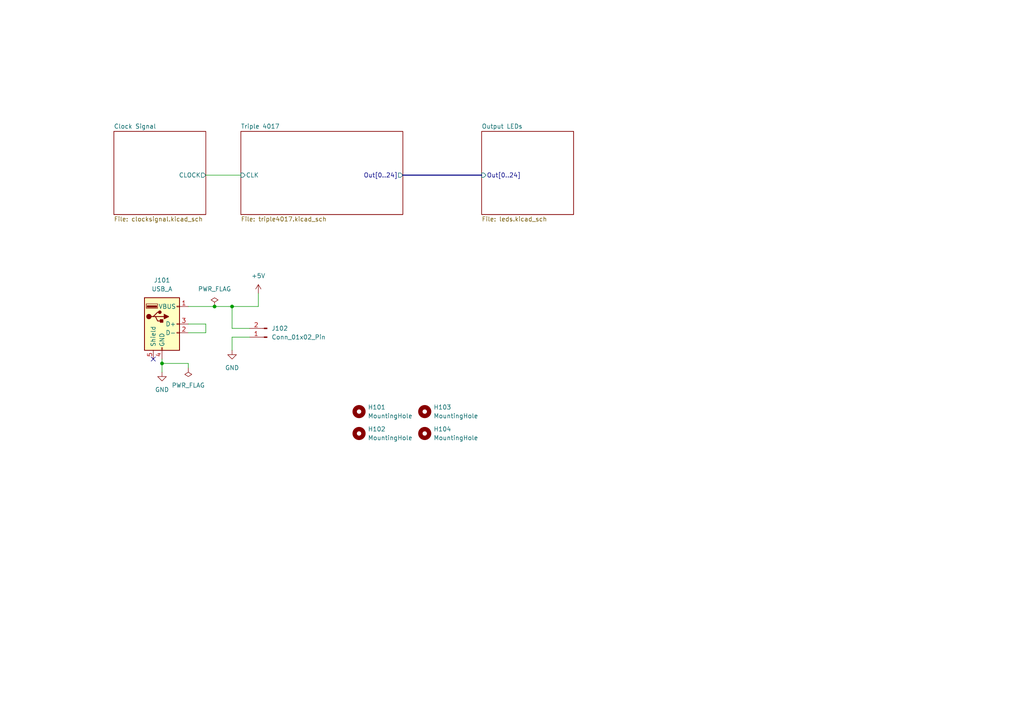
<source format=kicad_sch>
(kicad_sch (version 20230121) (generator eeschema)
  (paper "A4")
  (lib_symbols
    (symbol "Connector:Conn_01x02_Pin" (pin_names (offset 1.016) hide)
      (property "Reference" "J" (at 0 2.54 0))
      (property "Value" "Conn_01x02_Pin" (at 0 -5.08 0))
      (symbol "Conn_01x02_Pin_1_1"
        (polyline (pts (xy 1.27 -2.54) (xy 0.8636 -2.54)) (stroke (width 0.1524)))
        (polyline (pts (xy 1.27 0) (xy 0.8636 0)) (stroke (width 0.1524)))
        (rectangle (start 0.8636 -2.413) (end 0 -2.667) (stroke (width 0.1524)) (fill (type outline)))
        (rectangle (start 0.8636 0.127) (end 0 -0.127) (stroke (width 0.1524)) (fill (type outline)))
        (pin passive line (at 5.08 0 180) (length 3.81) (name "Pin_1") (number "1"))
        (pin passive line (at 5.08 -2.54 180) (length 3.81) (name "Pin_2") (number "2"))
      )
    )
    (symbol "Connector:USB_A" (pin_names (offset 1.016))
      (property "Reference" "J" (at -5.08 11.43 0))
      (property "Value" "USB_A" (at -5.08 8.89 0))
      (symbol "USB_A_0_1"
        (rectangle (start -5.08 -7.62) (end 5.08 7.62) (stroke (width 0.254)) (fill (type background)))
        (circle (center -3.81 2.159) (radius 0.635) (stroke (width 0.254)) (fill (type outline)))
        (rectangle (start -1.524 4.826) (end -4.318 5.334) (fill (type outline)))
        (rectangle (start -1.27 4.572) (end -4.572 5.842))
        (circle (center -0.635 3.429) (radius 0.381) (stroke (width 0.254)) (fill (type outline)))
        (rectangle (start -0.127 -7.62) (end 0.127 -6.858))
        (polyline (pts (xy -3.175 2.159) (xy -2.54 2.159) (xy -1.27 3.429) (xy -0.635 3.429)) (stroke (width 0.254)))
        (polyline (pts (xy -2.54 2.159) (xy -1.905 2.159) (xy -1.27 0.889) (xy 0 0.889)) (stroke (width 0.254)))
        (polyline (pts (xy 0.635 2.794) (xy 0.635 1.524) (xy 1.905 2.159) (xy 0.635 2.794)) (stroke (width 0.254)) (fill (type outline)))
        (rectangle (start 0.254 1.27) (end -0.508 0.508) (stroke (width 0.254)) (fill (type outline)))
        (rectangle (start 5.08 -2.667) (end 4.318 -2.413))
        (rectangle (start 5.08 -0.127) (end 4.318 0.127))
        (rectangle (start 5.08 4.953) (end 4.318 5.207))
      )
      (symbol "USB_A_1_1"
        (polyline (pts (xy -1.905 2.159) (xy 0.635 2.159)) (stroke (width 0.254)))
        (pin power_in line (at 7.62 5.08 180) (length 2.54) (name "VBUS") (number "1"))
        (pin bidirectional line (at 7.62 -2.54 180) (length 2.54) (name "D-") (number "2"))
        (pin bidirectional line (at 7.62 0 180) (length 2.54) (name "D+") (number "3"))
        (pin power_in line (at 0 -10.16 90) (length 2.54) (name "GND") (number "4"))
        (pin passive line (at -2.54 -10.16 90) (length 2.54) (name "Shield") (number "5"))
      )
    )
    (symbol "GND_1" (power) (pin_names (offset 0))
      (property "Value" "GND_1" (at 0 -3.81 0))
      (symbol "GND_1_0_1"
        (polyline (pts (xy 0 0) (xy 0 -1.27) (xy 1.27 -1.27) (xy 0 -2.54) (xy -1.27 -1.27) (xy 0 -1.27)))
      )
      (symbol "GND_1_1_1"
        (pin power_in line (at 0 0 270) (length 0) hide (name "GND") (number "1"))
      )
    )
    (symbol "Mechanical:MountingHole" (pin_names (offset 1.016))
      (property "Reference" "H" (at 0 5.08 0))
      (property "Value" "MountingHole" (at 0 3.175 0))
      (symbol "MountingHole_0_1"
        (circle (center 0 0) (radius 1.27) (stroke (width 1.27)))
      )
    )
    (symbol "power:+5V" (power) (pin_names (offset 0))
      (property "Value" "+5V" (at 0 3.556 0))
      (symbol "+5V_0_1"
        (polyline (pts (xy -0.762 1.27) (xy 0 2.54)))
        (polyline (pts (xy 0 0) (xy 0 2.54)))
        (polyline (pts (xy 0 2.54) (xy 0.762 1.27)))
      )
      (symbol "+5V_1_1"
        (pin power_in line (at 0 0 90) (length 0) hide (name "+5V") (number "1"))
      )
    )
    (symbol "power:GND" (power) (pin_names (offset 0))
      (property "Value" "GND" (at 0 -3.81 0))
      (symbol "GND_0_1"
        (polyline (pts (xy 0 0) (xy 0 -1.27) (xy 1.27 -1.27) (xy 0 -2.54) (xy -1.27 -1.27) (xy 0 -1.27)))
      )
      (symbol "GND_1_1"
        (pin power_in line (at 0 0 270) (length 0) hide (name "GND") (number "1"))
      )
    )
    (symbol "power:PWR_FLAG" (power) (pin_numbers hide) (pin_names (offset 0) hide)
      (property "Value" "PWR_FLAG" (at 0 3.81 0))
      (symbol "PWR_FLAG_0_0"
        (pin power_out line (at 0 0 90) (length 0) (name "pwr") (number "1"))
      )
      (symbol "PWR_FLAG_0_1"
        (polyline (pts (xy 0 0) (xy 0 1.27) (xy -1.016 1.905) (xy 0 2.54) (xy 1.016 1.905) (xy 0 1.27)))
      )
    )
  )
  (junction (at 62.23 88.9))
  (junction (at 46.99 105.41))
  (junction (at 67.31 88.9))
  (no_connect (at 44.45 104.14))
  (wire (pts (xy 67.31 101.6) (xy 67.31 97.79)))
  (wire (pts (xy 67.31 97.79) (xy 72.39 97.79)))
  (wire (pts (xy 74.93 88.9) (xy 74.93 85.09)))
  (wire (pts (xy 54.61 96.52) (xy 59.69 96.52)))
  (wire (pts (xy 67.31 88.9) (xy 74.93 88.9)))
  (bus (pts (xy 116.84 50.8) (xy 139.7 50.8)))
  (wire (pts (xy 54.61 105.41) (xy 54.61 106.68)))
  (wire (pts (xy 67.31 88.9) (xy 67.31 95.25)))
  (wire (pts (xy 59.69 50.8) (xy 69.85 50.8)))
  (wire (pts (xy 46.99 105.41) (xy 54.61 105.41)))
  (wire (pts (xy 46.99 105.41) (xy 46.99 107.95)))
  (wire (pts (xy 59.69 93.98) (xy 59.69 96.52)))
  (wire (pts (xy 54.61 88.9) (xy 62.23 88.9)))
  (wire (pts (xy 67.31 95.25) (xy 72.39 95.25)))
  (wire (pts (xy 54.61 93.98) (xy 59.69 93.98)))
  (wire (pts (xy 62.23 88.9) (xy 67.31 88.9)))
  (wire (pts (xy 46.99 104.14) (xy 46.99 105.41)))
  (symbol (lib_id "power:+5V") (at 74.93 85.09 0) (unit 1)
    (property "Reference" "#PWR0103" (effects hide))
    (property "Value" "+5V" (at 74.93 80.01 0))
  )
  (symbol (lib_id "power:GND") (at 46.99 107.95 0) (unit 1)
    (property "Reference" "#PWR0101" (effects hide))
    (property "Value" "GND" (at 46.99 113.03 0))
  )
  (symbol (lib_id "Connector:Conn_01x02_Pin") (at 77.47 97.79 180) (unit 1)
    (property "Reference" "J102" (at 78.74 95.25 0) (effects (justify right)))
    (property "Value" "Conn_01x02_Pin" (at 78.74 97.79 0) (effects (justify right)))
    (property "Footprint" "Connector_PinHeader_2.54mm:PinHeader_1x02_P2.54mm_Vertical" (effects hide))
  )
  (symbol (lib_name "GND_1") (lib_id "power:GND") (at 67.31 101.6 0) (unit 1)
    (property "Reference" "#PWR0102" (effects hide))
    (property "Value" "GND" (at 67.31 106.68 0))
  )
  (symbol (lib_id "Connector:USB_A") (at 46.99 93.98 0) (unit 1)
    (property "Reference" "J101" (at 46.99 81.28 0))
    (property "Value" "USB_A" (at 46.99 83.82 0))
    (property "Footprint" "Connector_USB:USB_A_Molex_67643_Horizontal" (effects hide))
    (property "Datasheet" " ~" (effects hide))
  )
  (symbol (lib_id "Mechanical:MountingHole") (at 104.14 125.73 0) (unit 1)
    (property "Reference" "H102" (at 106.68 124.46 0) (effects (justify left)))
    (property "Value" "MountingHole" (at 106.68 127 0) (effects (justify left)))
    (property "Footprint" "MountingHole:MountingHole_2.7mm_M2.5_ISO7380" (effects hide))
  )
  (symbol (lib_id "Mechanical:MountingHole") (at 104.14 119.38 0) (unit 1)
    (property "Reference" "H101" (at 106.68 118.11 0) (effects (justify left)))
    (property "Value" "MountingHole" (at 106.68 120.65 0) (effects (justify left)))
    (property "Footprint" "MountingHole:MountingHole_2.7mm_M2.5_ISO7380" (effects hide))
  )
  (symbol (lib_id "power:PWR_FLAG") (at 54.61 106.68 180) (unit 1)
    (property "Reference" "#FLG0101" (effects hide))
    (property "Value" "PWR_FLAG" (at 54.61 111.76 0))
  )
  (symbol (lib_id "power:PWR_FLAG") (at 62.23 88.9 0) (unit 1)
    (property "Reference" "#FLG0102" (effects hide))
    (property "Value" "PWR_FLAG" (at 62.23 83.82 0))
  )
  (symbol (lib_id "Mechanical:MountingHole") (at 123.19 119.38 0) (unit 1)
    (property "Reference" "H103" (at 125.73 118.11 0) (effects (justify left)))
    (property "Value" "MountingHole" (at 125.73 120.65 0) (effects (justify left)))
    (property "Footprint" "MountingHole:MountingHole_2.7mm_M2.5_ISO7380" (effects hide))
  )
  (symbol (lib_id "Mechanical:MountingHole") (at 123.19 125.73 0) (unit 1)
    (property "Reference" "H104" (at 125.73 124.46 0) (effects (justify left)))
    (property "Value" "MountingHole" (at 125.73 127 0) (effects (justify left)))
    (property "Footprint" "MountingHole:MountingHole_2.7mm_M2.5_ISO7380" (effects hide))
  )
  (sheet (at 139.7 38.1) (size 26.67 24.13) (stroke (width 0.1524))
    (property "Sheetname" "Output LEDs" (at 139.7 37.3884 0) (effects (justify left bottom)))
    (property "Sheetfile" "leds.kicad_sch" (at 139.7 62.8146 0) (effects (justify left top)))
    (pin "Out[0..24]" input (at 139.7 50.8 180))
  )
  (sheet (at 33.02 38.1) (size 26.67 24.13) (stroke (width 0.1524))
    (property "Sheetname" "Clock Signal" (at 33.02 37.3884 0) (effects (justify left bottom)))
    (property "Sheetfile" "clocksignal.kicad_sch" (at 33.02 62.8146 0) (effects (justify left top)))
    (pin "CLOCK" output (at 59.69 50.8 0))
  )
  (sheet (at 69.85 38.1) (size 46.99 24.13) (stroke (width 0.1524))
    (property "Sheetname" "Triple 4017" (at 69.85 37.3884 0) (effects (justify left bottom)))
    (property "Sheetfile" "triple4017.kicad_sch" (at 69.85 62.8146 0) (effects (justify left top)))
    (pin "CLK" input (at 69.85 50.8 180))
    (pin "Out[0..24]" output (at 116.84 50.8 0))
  )
)
</source>
